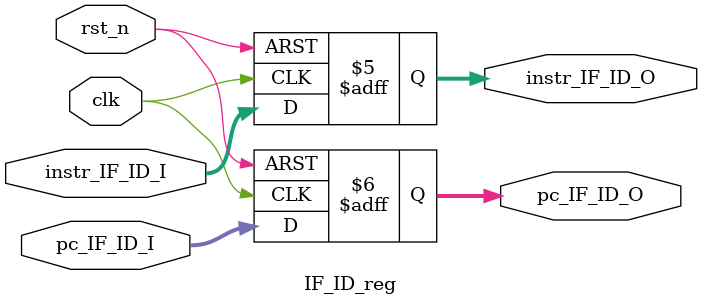
<source format=v>
`timescale 1ns / 1ps


module IF_ID_reg(
     input clk,
     input rst_n,
     input [31:0] pc_IF_ID_I,
     input [31:0] instr_IF_ID_I,
     output reg [31:0] pc_IF_ID_O,
     output reg [31:0] instr_IF_ID_O
     );
     
     always @(posedge clk or negedge rst_n)
     begin
     if(~rst_n) pc_IF_ID_O<=32'b0;
     else pc_IF_ID_O<=pc_IF_ID_I;
     end
     
     always @(posedge clk or negedge rst_n)
     begin
     if(~rst_n) instr_IF_ID_O<=32'b0;
     else instr_IF_ID_O<=instr_IF_ID_I;
     end
     
endmodule

</source>
